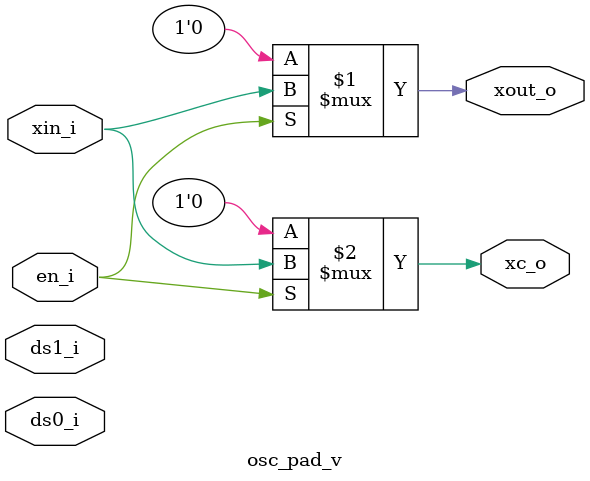
<source format=sv>

`ifndef INC_GPIO_PAD_SV
`define INC_GPIO_PAD_SV

module tri_pdu_pad_h (
    input  logic i_i,
    input  logic oen_i,
    input  logic ren_i,
    output logic c_o,
    inout  wire  pad_io
);

`ifdef TRI_PDU_PAD_H_BACKEND
  $error("need to instantiate specific technology cell in this block and remove this statement");
`else
  assign pad_io = oen_i ? i_i : 1'bz;
  assign c_o    = pad_io;
`endif

endmodule

module tri_pdu_pad_v (
    input  logic i_i,
    input  logic oen_i,
    input  logic ren_i,
    output logic c_o,
    inout  wire  pad_io
);

`ifdef TRI_PDU_PAD_V_BACKEND
  $error("need to instantiate specific technology cell in this block and remove this statement");
`else
  assign pad_io = oen_i ? i_i : 1'bz;
  assign c_o    = pad_io;
`endif

endmodule

module tri_pd_pad_h (
    input  logic i_i,
    input  logic oen_i,
    input  logic ren_i,
    output logic c_o,
    inout  wire  pad_io
);

`ifdef TRI_PD_PAD_H_BACKEND
  $error("need to instantiate specific technology cell in this block and remove this statement");
`else
  assign pad_io = oen_i ? i_i : 1'bz;
  assign c_o    = pad_io;
`endif

endmodule

module tri_pd_pad_v (
    input  logic i_i,
    input  logic oen_i,
    input  logic ren_i,
    output logic c_o,
    inout  wire  pad_io
);

`ifdef TRI_PD_PAD_V_BACKEND
  $error("need to instantiate specific technology cell in this block and remove this statement");
`else
  assign pad_io = oen_i ? i_i : 1'bz;
  assign c_o    = pad_io;
`endif

endmodule

module tri_pu_pad_h (
    input  logic i_i,
    input  logic oen_i,
    input  logic ren_i,
    output logic c_o,
    inout  wire  pad_io
);

`ifdef TRI_PU_PAD_H_BACKEND
  $error("need to instantiate specific technology cell in this block and remove this statement");
`else
  assign pad_io = oen_i ? i_i : 1'bz;
  assign c_o    = pad_io;
`endif

endmodule

module tri_pu_pad_v (
    input  logic i_i,
    input  logic oen_i,
    input  logic ren_i,
    output logic c_o,
    inout  wire  pad_io
);

`ifdef TRI_PU_PAD_V_BACKEND
  $error("need to instantiate specific technology cell in this block and remove this statement");
`else
  assign pad_io = oen_i ? i_i : 1'bz;
  assign c_o    = pad_io;
`endif

endmodule

module osc_pad_h (
    input  logic ds0_i,   // driver strength
    input  logic ds1_i,   // driver strength
    input  logic en_i,
    input  logic xin_i,
    output logic xout_o,
    output logic xc_o
);

`ifdef OSC_PAD_H_BACKEND
  $error("need to instantiate specific technology cell in this block and remove this statement");
`else
  assign xout_o = en_i ? xin_i : 1'b0;
  assign xc_o   = en_i ? xin_i : 1'b0;
`endif

endmodule

module osc_pad_v (
    input  logic ds0_i,   // driver strength
    input  logic ds1_i,   // driver strength
    input  logic en_i,
    input  logic xin_i,
    output logic xout_o,
    output logic xc_o
);

`ifdef OSC_PAD_V_BACKEND
  $error("need to instantiate specific technology cell in this block and remove this statement");
`else
  assign xout_o = en_i ? xin_i : 1'b0;
  assign xc_o   = en_i ? xin_i : 1'b0;
`endif

endmodule

`endif

</source>
